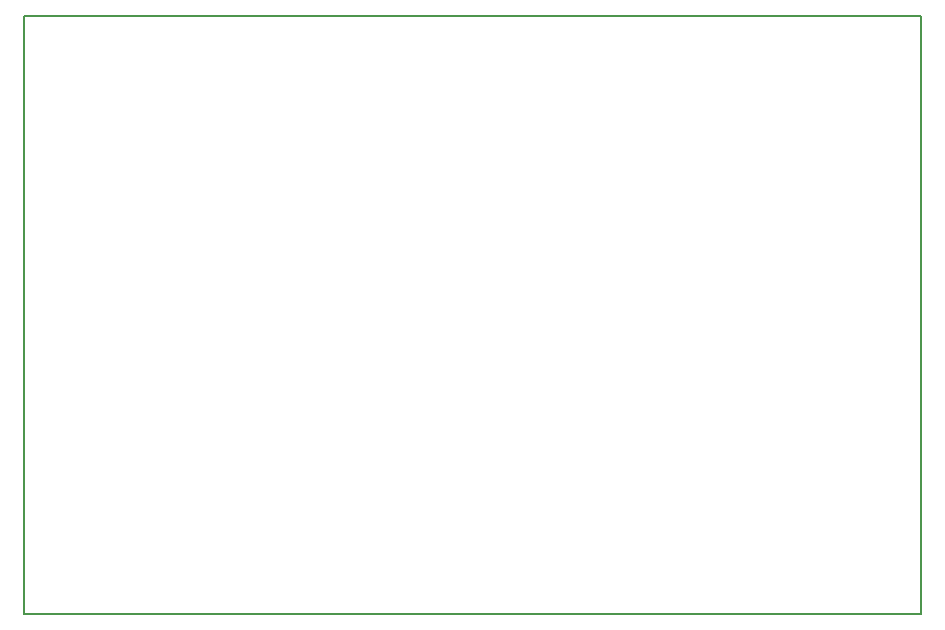
<source format=gbo>
G04 MADE WITH FRITZING*
G04 WWW.FRITZING.ORG*
G04 DOUBLE SIDED*
G04 HOLES PLATED*
G04 CONTOUR ON CENTER OF CONTOUR VECTOR*
%ASAXBY*%
%FSLAX23Y23*%
%MOIN*%
%OFA0B0*%
%SFA1.0B1.0*%
%ADD10R,3.000000X2.000000X2.984000X1.984000*%
%ADD11C,0.008000*%
%LNSILK0*%
G90*
G70*
G54D11*
X4Y1996D02*
X2996Y1996D01*
X2996Y4D01*
X4Y4D01*
X4Y1996D01*
D02*
G04 End of Silk0*
M02*
</source>
